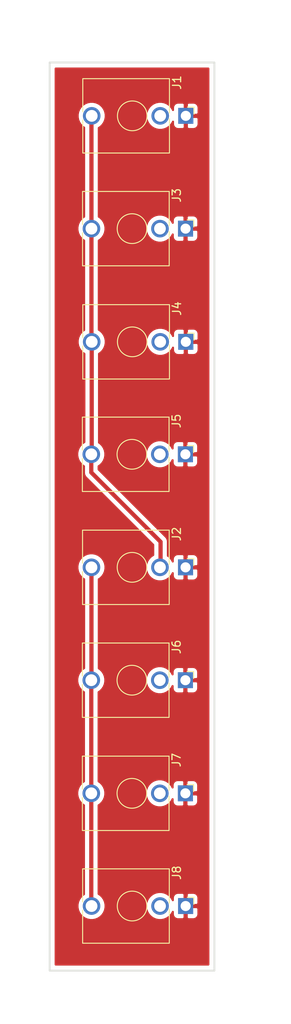
<source format=kicad_pcb>
(kicad_pcb (version 20171130) (host pcbnew "(5.1.6-0)")

  (general
    (thickness 1.6)
    (drawings 4)
    (tracks 14)
    (zones 0)
    (modules 8)
    (nets 4)
  )

  (page A4)
  (layers
    (0 F.Cu signal)
    (31 B.Cu signal)
    (32 B.Adhes user)
    (33 F.Adhes user)
    (34 B.Paste user)
    (35 F.Paste user)
    (36 B.SilkS user)
    (37 F.SilkS user)
    (38 B.Mask user)
    (39 F.Mask user)
    (40 Dwgs.User user)
    (41 Cmts.User user)
    (42 Eco1.User user)
    (43 Eco2.User user)
    (44 Edge.Cuts user)
    (45 Margin user)
    (46 B.CrtYd user)
    (47 F.CrtYd user)
    (48 B.Fab user)
    (49 F.Fab user)
  )

  (setup
    (last_trace_width 0.508)
    (user_trace_width 0.508)
    (trace_clearance 0.2)
    (zone_clearance 0.508)
    (zone_45_only no)
    (trace_min 0.2)
    (via_size 0.8)
    (via_drill 0.4)
    (via_min_size 0.4)
    (via_min_drill 0.3)
    (uvia_size 0.3)
    (uvia_drill 0.1)
    (uvias_allowed no)
    (uvia_min_size 0.2)
    (uvia_min_drill 0.1)
    (edge_width 0.05)
    (segment_width 0.2)
    (pcb_text_width 0.3)
    (pcb_text_size 1.5 1.5)
    (mod_edge_width 0.12)
    (mod_text_size 1 1)
    (mod_text_width 0.15)
    (pad_size 1.524 1.524)
    (pad_drill 0.762)
    (pad_to_mask_clearance 0.05)
    (aux_axis_origin 0 0)
    (visible_elements FFFFFF7F)
    (pcbplotparams
      (layerselection 0x010f0_ffffffff)
      (usegerberextensions false)
      (usegerberattributes true)
      (usegerberadvancedattributes true)
      (creategerberjobfile true)
      (excludeedgelayer true)
      (linewidth 0.100000)
      (plotframeref false)
      (viasonmask false)
      (mode 1)
      (useauxorigin false)
      (hpglpennumber 1)
      (hpglpenspeed 20)
      (hpglpendiameter 15.000000)
      (psnegative false)
      (psa4output false)
      (plotreference true)
      (plotvalue true)
      (plotinvisibletext false)
      (padsonsilk false)
      (subtractmaskfromsilk false)
      (outputformat 1)
      (mirror false)
      (drillshape 0)
      (scaleselection 1)
      (outputdirectory "gerbers/"))
  )

  (net 0 "")
  (net 1 GND)
  (net 2 "Net-(J1-PadT)")
  (net 3 "Net-(J2-PadT)")

  (net_class Default "This is the default net class."
    (clearance 0.2)
    (trace_width 0.25)
    (via_dia 0.8)
    (via_drill 0.4)
    (uvia_dia 0.3)
    (uvia_drill 0.1)
    (add_net GND)
    (add_net "Net-(J1-PadT)")
    (add_net "Net-(J2-PadT)")
  )

  (module Connectors_Audio:Jack_3.5mm_QingPu_WQP-PJ398SM_Vertical_CircularHoles (layer F.Cu) (tedit 5C2B6BB2) (tstamp 5F98E056)
    (at 94.91 48.23 270)
    (descr "TRS 3.5mm, vertical, Thonkiconn, PCB mount, (http://www.qingpu-electronics.com/en/products/WQP-PJ398SM-362.html)")
    (tags "WQP-PJ398SM WQP-PJ301M-12 TRS 3.5mm mono vertical jack thonkiconn qingpu")
    (path /5FBB4B17)
    (fp_text reference J1 (at -4.03 1.08 270) (layer F.SilkS)
      (effects (font (size 1 1) (thickness 0.15)))
    )
    (fp_text value "in 1" (at 0 5 270) (layer F.Fab)
      (effects (font (size 1 1) (thickness 0.15)))
    )
    (fp_line (start 0 0) (end 0 2.03) (layer F.Fab) (width 0.1))
    (fp_circle (center 0 6.48) (end 1.8 6.48) (layer F.Fab) (width 0.1))
    (fp_line (start 4.5 2.03) (end -4.5 2.03) (layer F.Fab) (width 0.1))
    (fp_line (start 5 -1.42) (end -5 -1.42) (layer F.CrtYd) (width 0.05))
    (fp_line (start 5 12.98) (end -5 12.98) (layer F.CrtYd) (width 0.05))
    (fp_line (start 5 12.98) (end 5 -1.42) (layer F.CrtYd) (width 0.05))
    (fp_line (start 4.5 12.48) (end -4.5 12.48) (layer F.Fab) (width 0.1))
    (fp_line (start 4.5 12.48) (end 4.5 2.08) (layer F.Fab) (width 0.1))
    (fp_line (start -1.06 -1) (end -0.2 -1) (layer F.SilkS) (width 0.12))
    (fp_line (start -1.06 -1) (end -1.06 -0.2) (layer F.SilkS) (width 0.12))
    (fp_circle (center 0 6.48) (end 1.8 6.48) (layer F.SilkS) (width 0.12))
    (fp_line (start -0.35 1.98) (end -4.5 1.98) (layer F.SilkS) (width 0.12))
    (fp_line (start 4.5 1.98) (end 0.35 1.98) (layer F.SilkS) (width 0.12))
    (fp_line (start -0.5 12.48) (end -4.5 12.48) (layer F.SilkS) (width 0.12))
    (fp_line (start 4.5 12.48) (end 0.5 12.48) (layer F.SilkS) (width 0.12))
    (fp_line (start -1.41 6.02) (end -0.46 5.07) (layer Dwgs.User) (width 0.12))
    (fp_line (start -1.42 6.875) (end 0.4 5.06) (layer Dwgs.User) (width 0.12))
    (fp_line (start -1.07 7.49) (end 1.01 5.41) (layer Dwgs.User) (width 0.12))
    (fp_line (start -0.58 7.83) (end 1.36 5.89) (layer Dwgs.User) (width 0.12))
    (fp_line (start 0.09 7.96) (end 1.48 6.57) (layer Dwgs.User) (width 0.12))
    (fp_circle (center 0 6.48) (end 1.5 6.48) (layer Dwgs.User) (width 0.12))
    (fp_line (start 4.5 1.98) (end 4.5 12.48) (layer F.SilkS) (width 0.12))
    (fp_line (start -4.5 1.98) (end -4.5 12.48) (layer F.SilkS) (width 0.12))
    (fp_line (start -4.5 12.48) (end -4.5 2.08) (layer F.Fab) (width 0.1))
    (fp_line (start -5 12.98) (end -5 -1.42) (layer F.CrtYd) (width 0.05))
    (fp_text user KEEPOUT (at 0 6.48 90) (layer Cmts.User)
      (effects (font (size 0.4 0.4) (thickness 0.051)))
    )
    (fp_text user %R (at 0 8 270) (layer F.Fab)
      (effects (font (size 1 1) (thickness 0.15)))
    )
    (pad TN thru_hole circle (at 0 3.1 90) (size 2.13 2.13) (drill 1.42) (layers *.Cu *.Mask))
    (pad S thru_hole rect (at 0 0 90) (size 1.93 1.83) (drill 1.22) (layers *.Cu *.Mask)
      (net 1 GND))
    (pad T thru_hole circle (at 0 11.4 90) (size 2.13 2.13) (drill 1.43) (layers *.Cu *.Mask)
      (net 2 "Net-(J1-PadT)"))
    (model ${KISYS3DMOD}/Connector_Audio.3dshapes/Jack_3.5mm_QingPu_WQP-PJ398SM_Vertical.wrl
      (at (xyz 0 0 0))
      (scale (xyz 1 1 1))
      (rotate (xyz 0 0 0))
    )
  )

  (module Connectors_Audio:Jack_3.5mm_QingPu_WQP-PJ398SM_Vertical_CircularHoles (layer F.Cu) (tedit 5C2B6BB2) (tstamp 5F98D981)
    (at 94.88 102.87 270)
    (descr "TRS 3.5mm, vertical, Thonkiconn, PCB mount, (http://www.qingpu-electronics.com/en/products/WQP-PJ398SM-362.html)")
    (tags "WQP-PJ398SM WQP-PJ301M-12 TRS 3.5mm mono vertical jack thonkiconn qingpu")
    (path /5FBBC27C)
    (fp_text reference J2 (at -4.03 1.08 270) (layer F.SilkS)
      (effects (font (size 1 1) (thickness 0.15)))
    )
    (fp_text value "in 2" (at 0 5 270) (layer F.Fab)
      (effects (font (size 1 1) (thickness 0.15)))
    )
    (fp_line (start 0 0) (end 0 2.03) (layer F.Fab) (width 0.1))
    (fp_circle (center 0 6.48) (end 1.8 6.48) (layer F.Fab) (width 0.1))
    (fp_line (start 4.5 2.03) (end -4.5 2.03) (layer F.Fab) (width 0.1))
    (fp_line (start 5 -1.42) (end -5 -1.42) (layer F.CrtYd) (width 0.05))
    (fp_line (start 5 12.98) (end -5 12.98) (layer F.CrtYd) (width 0.05))
    (fp_line (start 5 12.98) (end 5 -1.42) (layer F.CrtYd) (width 0.05))
    (fp_line (start 4.5 12.48) (end -4.5 12.48) (layer F.Fab) (width 0.1))
    (fp_line (start 4.5 12.48) (end 4.5 2.08) (layer F.Fab) (width 0.1))
    (fp_line (start -1.06 -1) (end -0.2 -1) (layer F.SilkS) (width 0.12))
    (fp_line (start -1.06 -1) (end -1.06 -0.2) (layer F.SilkS) (width 0.12))
    (fp_circle (center 0 6.48) (end 1.8 6.48) (layer F.SilkS) (width 0.12))
    (fp_line (start -0.35 1.98) (end -4.5 1.98) (layer F.SilkS) (width 0.12))
    (fp_line (start 4.5 1.98) (end 0.35 1.98) (layer F.SilkS) (width 0.12))
    (fp_line (start -0.5 12.48) (end -4.5 12.48) (layer F.SilkS) (width 0.12))
    (fp_line (start 4.5 12.48) (end 0.5 12.48) (layer F.SilkS) (width 0.12))
    (fp_line (start -1.41 6.02) (end -0.46 5.07) (layer Dwgs.User) (width 0.12))
    (fp_line (start -1.42 6.875) (end 0.4 5.06) (layer Dwgs.User) (width 0.12))
    (fp_line (start -1.07 7.49) (end 1.01 5.41) (layer Dwgs.User) (width 0.12))
    (fp_line (start -0.58 7.83) (end 1.36 5.89) (layer Dwgs.User) (width 0.12))
    (fp_line (start 0.09 7.96) (end 1.48 6.57) (layer Dwgs.User) (width 0.12))
    (fp_circle (center 0 6.48) (end 1.5 6.48) (layer Dwgs.User) (width 0.12))
    (fp_line (start 4.5 1.98) (end 4.5 12.48) (layer F.SilkS) (width 0.12))
    (fp_line (start -4.5 1.98) (end -4.5 12.48) (layer F.SilkS) (width 0.12))
    (fp_line (start -4.5 12.48) (end -4.5 2.08) (layer F.Fab) (width 0.1))
    (fp_line (start -5 12.98) (end -5 -1.42) (layer F.CrtYd) (width 0.05))
    (fp_text user KEEPOUT (at 0 6.48 90) (layer Cmts.User)
      (effects (font (size 0.4 0.4) (thickness 0.051)))
    )
    (fp_text user %R (at 0 8 270) (layer F.Fab)
      (effects (font (size 1 1) (thickness 0.15)))
    )
    (pad TN thru_hole circle (at 0 3.1 90) (size 2.13 2.13) (drill 1.42) (layers *.Cu *.Mask)
      (net 2 "Net-(J1-PadT)"))
    (pad S thru_hole rect (at 0 0 90) (size 1.93 1.83) (drill 1.22) (layers *.Cu *.Mask)
      (net 1 GND))
    (pad T thru_hole circle (at 0 11.4 90) (size 2.13 2.13) (drill 1.43) (layers *.Cu *.Mask)
      (net 3 "Net-(J2-PadT)"))
    (model ${KISYS3DMOD}/Connector_Audio.3dshapes/Jack_3.5mm_QingPu_WQP-PJ398SM_Vertical.wrl
      (at (xyz 0 0 0))
      (scale (xyz 1 1 1))
      (rotate (xyz 0 0 0))
    )
  )

  (module Connectors_Audio:Jack_3.5mm_QingPu_WQP-PJ398SM_Vertical_CircularHoles (layer F.Cu) (tedit 5C2B6BB2) (tstamp 5F98DE2E)
    (at 94.88 61.88 270)
    (descr "TRS 3.5mm, vertical, Thonkiconn, PCB mount, (http://www.qingpu-electronics.com/en/products/WQP-PJ398SM-362.html)")
    (tags "WQP-PJ398SM WQP-PJ301M-12 TRS 3.5mm mono vertical jack thonkiconn qingpu")
    (path /5FBB64F2)
    (fp_text reference J3 (at -4.03 1.08 270) (layer F.SilkS)
      (effects (font (size 1 1) (thickness 0.15)))
    )
    (fp_text value "out 1" (at 0 5 270) (layer F.Fab)
      (effects (font (size 1 1) (thickness 0.15)))
    )
    (fp_text user %R (at 0 8 270) (layer F.Fab)
      (effects (font (size 1 1) (thickness 0.15)))
    )
    (fp_text user KEEPOUT (at 0 6.48 90) (layer Cmts.User)
      (effects (font (size 0.4 0.4) (thickness 0.051)))
    )
    (fp_line (start -5 12.98) (end -5 -1.42) (layer F.CrtYd) (width 0.05))
    (fp_line (start -4.5 12.48) (end -4.5 2.08) (layer F.Fab) (width 0.1))
    (fp_line (start -4.5 1.98) (end -4.5 12.48) (layer F.SilkS) (width 0.12))
    (fp_line (start 4.5 1.98) (end 4.5 12.48) (layer F.SilkS) (width 0.12))
    (fp_circle (center 0 6.48) (end 1.5 6.48) (layer Dwgs.User) (width 0.12))
    (fp_line (start 0.09 7.96) (end 1.48 6.57) (layer Dwgs.User) (width 0.12))
    (fp_line (start -0.58 7.83) (end 1.36 5.89) (layer Dwgs.User) (width 0.12))
    (fp_line (start -1.07 7.49) (end 1.01 5.41) (layer Dwgs.User) (width 0.12))
    (fp_line (start -1.42 6.875) (end 0.4 5.06) (layer Dwgs.User) (width 0.12))
    (fp_line (start -1.41 6.02) (end -0.46 5.07) (layer Dwgs.User) (width 0.12))
    (fp_line (start 4.5 12.48) (end 0.5 12.48) (layer F.SilkS) (width 0.12))
    (fp_line (start -0.5 12.48) (end -4.5 12.48) (layer F.SilkS) (width 0.12))
    (fp_line (start 4.5 1.98) (end 0.35 1.98) (layer F.SilkS) (width 0.12))
    (fp_line (start -0.35 1.98) (end -4.5 1.98) (layer F.SilkS) (width 0.12))
    (fp_circle (center 0 6.48) (end 1.8 6.48) (layer F.SilkS) (width 0.12))
    (fp_line (start -1.06 -1) (end -1.06 -0.2) (layer F.SilkS) (width 0.12))
    (fp_line (start -1.06 -1) (end -0.2 -1) (layer F.SilkS) (width 0.12))
    (fp_line (start 4.5 12.48) (end 4.5 2.08) (layer F.Fab) (width 0.1))
    (fp_line (start 4.5 12.48) (end -4.5 12.48) (layer F.Fab) (width 0.1))
    (fp_line (start 5 12.98) (end 5 -1.42) (layer F.CrtYd) (width 0.05))
    (fp_line (start 5 12.98) (end -5 12.98) (layer F.CrtYd) (width 0.05))
    (fp_line (start 5 -1.42) (end -5 -1.42) (layer F.CrtYd) (width 0.05))
    (fp_line (start 4.5 2.03) (end -4.5 2.03) (layer F.Fab) (width 0.1))
    (fp_circle (center 0 6.48) (end 1.8 6.48) (layer F.Fab) (width 0.1))
    (fp_line (start 0 0) (end 0 2.03) (layer F.Fab) (width 0.1))
    (pad T thru_hole circle (at 0 11.4 90) (size 2.13 2.13) (drill 1.43) (layers *.Cu *.Mask)
      (net 2 "Net-(J1-PadT)"))
    (pad S thru_hole rect (at 0 0 90) (size 1.93 1.83) (drill 1.22) (layers *.Cu *.Mask)
      (net 1 GND))
    (pad TN thru_hole circle (at 0 3.1 90) (size 2.13 2.13) (drill 1.42) (layers *.Cu *.Mask))
    (model ${KISYS3DMOD}/Connector_Audio.3dshapes/Jack_3.5mm_QingPu_WQP-PJ398SM_Vertical.wrl
      (at (xyz 0 0 0))
      (scale (xyz 1 1 1))
      (rotate (xyz 0 0 0))
    )
  )

  (module Connectors_Audio:Jack_3.5mm_QingPu_WQP-PJ398SM_Vertical_CircularHoles (layer F.Cu) (tedit 5C2B6BB2) (tstamp 5F98D9C5)
    (at 94.91 75.58 270)
    (descr "TRS 3.5mm, vertical, Thonkiconn, PCB mount, (http://www.qingpu-electronics.com/en/products/WQP-PJ398SM-362.html)")
    (tags "WQP-PJ398SM WQP-PJ301M-12 TRS 3.5mm mono vertical jack thonkiconn qingpu")
    (path /5FBB968F)
    (fp_text reference J4 (at -4.03 1.08 270) (layer F.SilkS)
      (effects (font (size 1 1) (thickness 0.15)))
    )
    (fp_text value "out 2" (at 0 5 270) (layer F.Fab)
      (effects (font (size 1 1) (thickness 0.15)))
    )
    (fp_line (start 0 0) (end 0 2.03) (layer F.Fab) (width 0.1))
    (fp_circle (center 0 6.48) (end 1.8 6.48) (layer F.Fab) (width 0.1))
    (fp_line (start 4.5 2.03) (end -4.5 2.03) (layer F.Fab) (width 0.1))
    (fp_line (start 5 -1.42) (end -5 -1.42) (layer F.CrtYd) (width 0.05))
    (fp_line (start 5 12.98) (end -5 12.98) (layer F.CrtYd) (width 0.05))
    (fp_line (start 5 12.98) (end 5 -1.42) (layer F.CrtYd) (width 0.05))
    (fp_line (start 4.5 12.48) (end -4.5 12.48) (layer F.Fab) (width 0.1))
    (fp_line (start 4.5 12.48) (end 4.5 2.08) (layer F.Fab) (width 0.1))
    (fp_line (start -1.06 -1) (end -0.2 -1) (layer F.SilkS) (width 0.12))
    (fp_line (start -1.06 -1) (end -1.06 -0.2) (layer F.SilkS) (width 0.12))
    (fp_circle (center 0 6.48) (end 1.8 6.48) (layer F.SilkS) (width 0.12))
    (fp_line (start -0.35 1.98) (end -4.5 1.98) (layer F.SilkS) (width 0.12))
    (fp_line (start 4.5 1.98) (end 0.35 1.98) (layer F.SilkS) (width 0.12))
    (fp_line (start -0.5 12.48) (end -4.5 12.48) (layer F.SilkS) (width 0.12))
    (fp_line (start 4.5 12.48) (end 0.5 12.48) (layer F.SilkS) (width 0.12))
    (fp_line (start -1.41 6.02) (end -0.46 5.07) (layer Dwgs.User) (width 0.12))
    (fp_line (start -1.42 6.875) (end 0.4 5.06) (layer Dwgs.User) (width 0.12))
    (fp_line (start -1.07 7.49) (end 1.01 5.41) (layer Dwgs.User) (width 0.12))
    (fp_line (start -0.58 7.83) (end 1.36 5.89) (layer Dwgs.User) (width 0.12))
    (fp_line (start 0.09 7.96) (end 1.48 6.57) (layer Dwgs.User) (width 0.12))
    (fp_circle (center 0 6.48) (end 1.5 6.48) (layer Dwgs.User) (width 0.12))
    (fp_line (start 4.5 1.98) (end 4.5 12.48) (layer F.SilkS) (width 0.12))
    (fp_line (start -4.5 1.98) (end -4.5 12.48) (layer F.SilkS) (width 0.12))
    (fp_line (start -4.5 12.48) (end -4.5 2.08) (layer F.Fab) (width 0.1))
    (fp_line (start -5 12.98) (end -5 -1.42) (layer F.CrtYd) (width 0.05))
    (fp_text user KEEPOUT (at 0 6.48 90) (layer Cmts.User)
      (effects (font (size 0.4 0.4) (thickness 0.051)))
    )
    (fp_text user %R (at 0 8 270) (layer F.Fab)
      (effects (font (size 1 1) (thickness 0.15)))
    )
    (pad TN thru_hole circle (at 0 3.1 90) (size 2.13 2.13) (drill 1.42) (layers *.Cu *.Mask))
    (pad S thru_hole rect (at 0 0 90) (size 1.93 1.83) (drill 1.22) (layers *.Cu *.Mask)
      (net 1 GND))
    (pad T thru_hole circle (at 0 11.4 90) (size 2.13 2.13) (drill 1.43) (layers *.Cu *.Mask)
      (net 2 "Net-(J1-PadT)"))
    (model ${KISYS3DMOD}/Connector_Audio.3dshapes/Jack_3.5mm_QingPu_WQP-PJ398SM_Vertical.wrl
      (at (xyz 0 0 0))
      (scale (xyz 1 1 1))
      (rotate (xyz 0 0 0))
    )
  )

  (module Connectors_Audio:Jack_3.5mm_QingPu_WQP-PJ398SM_Vertical_CircularHoles (layer F.Cu) (tedit 5C2B6BB2) (tstamp 5F98D9E7)
    (at 94.86 89.19 270)
    (descr "TRS 3.5mm, vertical, Thonkiconn, PCB mount, (http://www.qingpu-electronics.com/en/products/WQP-PJ398SM-362.html)")
    (tags "WQP-PJ398SM WQP-PJ301M-12 TRS 3.5mm mono vertical jack thonkiconn qingpu")
    (path /5FBBB084)
    (fp_text reference J5 (at -4.03 1.08 270) (layer F.SilkS)
      (effects (font (size 1 1) (thickness 0.15)))
    )
    (fp_text value "out 3" (at 0 5 270) (layer F.Fab)
      (effects (font (size 1 1) (thickness 0.15)))
    )
    (fp_text user %R (at 0 8 270) (layer F.Fab)
      (effects (font (size 1 1) (thickness 0.15)))
    )
    (fp_text user KEEPOUT (at 0 6.48 90) (layer Cmts.User)
      (effects (font (size 0.4 0.4) (thickness 0.051)))
    )
    (fp_line (start -5 12.98) (end -5 -1.42) (layer F.CrtYd) (width 0.05))
    (fp_line (start -4.5 12.48) (end -4.5 2.08) (layer F.Fab) (width 0.1))
    (fp_line (start -4.5 1.98) (end -4.5 12.48) (layer F.SilkS) (width 0.12))
    (fp_line (start 4.5 1.98) (end 4.5 12.48) (layer F.SilkS) (width 0.12))
    (fp_circle (center 0 6.48) (end 1.5 6.48) (layer Dwgs.User) (width 0.12))
    (fp_line (start 0.09 7.96) (end 1.48 6.57) (layer Dwgs.User) (width 0.12))
    (fp_line (start -0.58 7.83) (end 1.36 5.89) (layer Dwgs.User) (width 0.12))
    (fp_line (start -1.07 7.49) (end 1.01 5.41) (layer Dwgs.User) (width 0.12))
    (fp_line (start -1.42 6.875) (end 0.4 5.06) (layer Dwgs.User) (width 0.12))
    (fp_line (start -1.41 6.02) (end -0.46 5.07) (layer Dwgs.User) (width 0.12))
    (fp_line (start 4.5 12.48) (end 0.5 12.48) (layer F.SilkS) (width 0.12))
    (fp_line (start -0.5 12.48) (end -4.5 12.48) (layer F.SilkS) (width 0.12))
    (fp_line (start 4.5 1.98) (end 0.35 1.98) (layer F.SilkS) (width 0.12))
    (fp_line (start -0.35 1.98) (end -4.5 1.98) (layer F.SilkS) (width 0.12))
    (fp_circle (center 0 6.48) (end 1.8 6.48) (layer F.SilkS) (width 0.12))
    (fp_line (start -1.06 -1) (end -1.06 -0.2) (layer F.SilkS) (width 0.12))
    (fp_line (start -1.06 -1) (end -0.2 -1) (layer F.SilkS) (width 0.12))
    (fp_line (start 4.5 12.48) (end 4.5 2.08) (layer F.Fab) (width 0.1))
    (fp_line (start 4.5 12.48) (end -4.5 12.48) (layer F.Fab) (width 0.1))
    (fp_line (start 5 12.98) (end 5 -1.42) (layer F.CrtYd) (width 0.05))
    (fp_line (start 5 12.98) (end -5 12.98) (layer F.CrtYd) (width 0.05))
    (fp_line (start 5 -1.42) (end -5 -1.42) (layer F.CrtYd) (width 0.05))
    (fp_line (start 4.5 2.03) (end -4.5 2.03) (layer F.Fab) (width 0.1))
    (fp_circle (center 0 6.48) (end 1.8 6.48) (layer F.Fab) (width 0.1))
    (fp_line (start 0 0) (end 0 2.03) (layer F.Fab) (width 0.1))
    (pad T thru_hole circle (at 0 11.4 90) (size 2.13 2.13) (drill 1.43) (layers *.Cu *.Mask)
      (net 2 "Net-(J1-PadT)"))
    (pad S thru_hole rect (at 0 0 90) (size 1.93 1.83) (drill 1.22) (layers *.Cu *.Mask)
      (net 1 GND))
    (pad TN thru_hole circle (at 0 3.1 90) (size 2.13 2.13) (drill 1.42) (layers *.Cu *.Mask))
    (model ${KISYS3DMOD}/Connector_Audio.3dshapes/Jack_3.5mm_QingPu_WQP-PJ398SM_Vertical.wrl
      (at (xyz 0 0 0))
      (scale (xyz 1 1 1))
      (rotate (xyz 0 0 0))
    )
  )

  (module Connectors_Audio:Jack_3.5mm_QingPu_WQP-PJ398SM_Vertical_CircularHoles (layer F.Cu) (tedit 5C2B6BB2) (tstamp 5F98DA09)
    (at 94.86 116.53 270)
    (descr "TRS 3.5mm, vertical, Thonkiconn, PCB mount, (http://www.qingpu-electronics.com/en/products/WQP-PJ398SM-362.html)")
    (tags "WQP-PJ398SM WQP-PJ301M-12 TRS 3.5mm mono vertical jack thonkiconn qingpu")
    (path /5FBBC293)
    (fp_text reference J6 (at -4.03 1.08 270) (layer F.SilkS)
      (effects (font (size 1 1) (thickness 0.15)))
    )
    (fp_text value "out 4" (at 0 5 270) (layer F.Fab)
      (effects (font (size 1 1) (thickness 0.15)))
    )
    (fp_text user %R (at 0 8 270) (layer F.Fab)
      (effects (font (size 1 1) (thickness 0.15)))
    )
    (fp_text user KEEPOUT (at 0 6.48 90) (layer Cmts.User)
      (effects (font (size 0.4 0.4) (thickness 0.051)))
    )
    (fp_line (start -5 12.98) (end -5 -1.42) (layer F.CrtYd) (width 0.05))
    (fp_line (start -4.5 12.48) (end -4.5 2.08) (layer F.Fab) (width 0.1))
    (fp_line (start -4.5 1.98) (end -4.5 12.48) (layer F.SilkS) (width 0.12))
    (fp_line (start 4.5 1.98) (end 4.5 12.48) (layer F.SilkS) (width 0.12))
    (fp_circle (center 0 6.48) (end 1.5 6.48) (layer Dwgs.User) (width 0.12))
    (fp_line (start 0.09 7.96) (end 1.48 6.57) (layer Dwgs.User) (width 0.12))
    (fp_line (start -0.58 7.83) (end 1.36 5.89) (layer Dwgs.User) (width 0.12))
    (fp_line (start -1.07 7.49) (end 1.01 5.41) (layer Dwgs.User) (width 0.12))
    (fp_line (start -1.42 6.875) (end 0.4 5.06) (layer Dwgs.User) (width 0.12))
    (fp_line (start -1.41 6.02) (end -0.46 5.07) (layer Dwgs.User) (width 0.12))
    (fp_line (start 4.5 12.48) (end 0.5 12.48) (layer F.SilkS) (width 0.12))
    (fp_line (start -0.5 12.48) (end -4.5 12.48) (layer F.SilkS) (width 0.12))
    (fp_line (start 4.5 1.98) (end 0.35 1.98) (layer F.SilkS) (width 0.12))
    (fp_line (start -0.35 1.98) (end -4.5 1.98) (layer F.SilkS) (width 0.12))
    (fp_circle (center 0 6.48) (end 1.8 6.48) (layer F.SilkS) (width 0.12))
    (fp_line (start -1.06 -1) (end -1.06 -0.2) (layer F.SilkS) (width 0.12))
    (fp_line (start -1.06 -1) (end -0.2 -1) (layer F.SilkS) (width 0.12))
    (fp_line (start 4.5 12.48) (end 4.5 2.08) (layer F.Fab) (width 0.1))
    (fp_line (start 4.5 12.48) (end -4.5 12.48) (layer F.Fab) (width 0.1))
    (fp_line (start 5 12.98) (end 5 -1.42) (layer F.CrtYd) (width 0.05))
    (fp_line (start 5 12.98) (end -5 12.98) (layer F.CrtYd) (width 0.05))
    (fp_line (start 5 -1.42) (end -5 -1.42) (layer F.CrtYd) (width 0.05))
    (fp_line (start 4.5 2.03) (end -4.5 2.03) (layer F.Fab) (width 0.1))
    (fp_circle (center 0 6.48) (end 1.8 6.48) (layer F.Fab) (width 0.1))
    (fp_line (start 0 0) (end 0 2.03) (layer F.Fab) (width 0.1))
    (pad T thru_hole circle (at 0 11.4 90) (size 2.13 2.13) (drill 1.43) (layers *.Cu *.Mask)
      (net 3 "Net-(J2-PadT)"))
    (pad S thru_hole rect (at 0 0 90) (size 1.93 1.83) (drill 1.22) (layers *.Cu *.Mask)
      (net 1 GND))
    (pad TN thru_hole circle (at 0 3.1 90) (size 2.13 2.13) (drill 1.42) (layers *.Cu *.Mask))
    (model ${KISYS3DMOD}/Connector_Audio.3dshapes/Jack_3.5mm_QingPu_WQP-PJ398SM_Vertical.wrl
      (at (xyz 0 0 0))
      (scale (xyz 1 1 1))
      (rotate (xyz 0 0 0))
    )
  )

  (module Connectors_Audio:Jack_3.5mm_QingPu_WQP-PJ398SM_Vertical_CircularHoles (layer F.Cu) (tedit 5C2B6BB2) (tstamp 5F98DA2B)
    (at 94.86 130.22 270)
    (descr "TRS 3.5mm, vertical, Thonkiconn, PCB mount, (http://www.qingpu-electronics.com/en/products/WQP-PJ398SM-362.html)")
    (tags "WQP-PJ398SM WQP-PJ301M-12 TRS 3.5mm mono vertical jack thonkiconn qingpu")
    (path /5FBBC2AA)
    (fp_text reference J7 (at -4.03 1.08 270) (layer F.SilkS)
      (effects (font (size 1 1) (thickness 0.15)))
    )
    (fp_text value "out 5" (at 0 5 270) (layer F.Fab)
      (effects (font (size 1 1) (thickness 0.15)))
    )
    (fp_line (start 0 0) (end 0 2.03) (layer F.Fab) (width 0.1))
    (fp_circle (center 0 6.48) (end 1.8 6.48) (layer F.Fab) (width 0.1))
    (fp_line (start 4.5 2.03) (end -4.5 2.03) (layer F.Fab) (width 0.1))
    (fp_line (start 5 -1.42) (end -5 -1.42) (layer F.CrtYd) (width 0.05))
    (fp_line (start 5 12.98) (end -5 12.98) (layer F.CrtYd) (width 0.05))
    (fp_line (start 5 12.98) (end 5 -1.42) (layer F.CrtYd) (width 0.05))
    (fp_line (start 4.5 12.48) (end -4.5 12.48) (layer F.Fab) (width 0.1))
    (fp_line (start 4.5 12.48) (end 4.5 2.08) (layer F.Fab) (width 0.1))
    (fp_line (start -1.06 -1) (end -0.2 -1) (layer F.SilkS) (width 0.12))
    (fp_line (start -1.06 -1) (end -1.06 -0.2) (layer F.SilkS) (width 0.12))
    (fp_circle (center 0 6.48) (end 1.8 6.48) (layer F.SilkS) (width 0.12))
    (fp_line (start -0.35 1.98) (end -4.5 1.98) (layer F.SilkS) (width 0.12))
    (fp_line (start 4.5 1.98) (end 0.35 1.98) (layer F.SilkS) (width 0.12))
    (fp_line (start -0.5 12.48) (end -4.5 12.48) (layer F.SilkS) (width 0.12))
    (fp_line (start 4.5 12.48) (end 0.5 12.48) (layer F.SilkS) (width 0.12))
    (fp_line (start -1.41 6.02) (end -0.46 5.07) (layer Dwgs.User) (width 0.12))
    (fp_line (start -1.42 6.875) (end 0.4 5.06) (layer Dwgs.User) (width 0.12))
    (fp_line (start -1.07 7.49) (end 1.01 5.41) (layer Dwgs.User) (width 0.12))
    (fp_line (start -0.58 7.83) (end 1.36 5.89) (layer Dwgs.User) (width 0.12))
    (fp_line (start 0.09 7.96) (end 1.48 6.57) (layer Dwgs.User) (width 0.12))
    (fp_circle (center 0 6.48) (end 1.5 6.48) (layer Dwgs.User) (width 0.12))
    (fp_line (start 4.5 1.98) (end 4.5 12.48) (layer F.SilkS) (width 0.12))
    (fp_line (start -4.5 1.98) (end -4.5 12.48) (layer F.SilkS) (width 0.12))
    (fp_line (start -4.5 12.48) (end -4.5 2.08) (layer F.Fab) (width 0.1))
    (fp_line (start -5 12.98) (end -5 -1.42) (layer F.CrtYd) (width 0.05))
    (fp_text user KEEPOUT (at 0 6.48 90) (layer Cmts.User)
      (effects (font (size 0.4 0.4) (thickness 0.051)))
    )
    (fp_text user %R (at 0 8 270) (layer F.Fab)
      (effects (font (size 1 1) (thickness 0.15)))
    )
    (pad TN thru_hole circle (at 0 3.1 90) (size 2.13 2.13) (drill 1.42) (layers *.Cu *.Mask))
    (pad S thru_hole rect (at 0 0 90) (size 1.93 1.83) (drill 1.22) (layers *.Cu *.Mask)
      (net 1 GND))
    (pad T thru_hole circle (at 0 11.4 90) (size 2.13 2.13) (drill 1.43) (layers *.Cu *.Mask)
      (net 3 "Net-(J2-PadT)"))
    (model ${KISYS3DMOD}/Connector_Audio.3dshapes/Jack_3.5mm_QingPu_WQP-PJ398SM_Vertical.wrl
      (at (xyz 0 0 0))
      (scale (xyz 1 1 1))
      (rotate (xyz 0 0 0))
    )
  )

  (module Connectors_Audio:Jack_3.5mm_QingPu_WQP-PJ398SM_Vertical_CircularHoles (layer F.Cu) (tedit 5C2B6BB2) (tstamp 5F98DA4D)
    (at 94.89 143.86 270)
    (descr "TRS 3.5mm, vertical, Thonkiconn, PCB mount, (http://www.qingpu-electronics.com/en/products/WQP-PJ398SM-362.html)")
    (tags "WQP-PJ398SM WQP-PJ301M-12 TRS 3.5mm mono vertical jack thonkiconn qingpu")
    (path /5FBBC2C1)
    (fp_text reference J8 (at -4.03 1.08 270) (layer F.SilkS)
      (effects (font (size 1 1) (thickness 0.15)))
    )
    (fp_text value "out 6" (at 0 5 270) (layer F.Fab)
      (effects (font (size 1 1) (thickness 0.15)))
    )
    (fp_text user %R (at 0 8 270) (layer F.Fab)
      (effects (font (size 1 1) (thickness 0.15)))
    )
    (fp_text user KEEPOUT (at 0 6.48 90) (layer Cmts.User)
      (effects (font (size 0.4 0.4) (thickness 0.051)))
    )
    (fp_line (start -5 12.98) (end -5 -1.42) (layer F.CrtYd) (width 0.05))
    (fp_line (start -4.5 12.48) (end -4.5 2.08) (layer F.Fab) (width 0.1))
    (fp_line (start -4.5 1.98) (end -4.5 12.48) (layer F.SilkS) (width 0.12))
    (fp_line (start 4.5 1.98) (end 4.5 12.48) (layer F.SilkS) (width 0.12))
    (fp_circle (center 0 6.48) (end 1.5 6.48) (layer Dwgs.User) (width 0.12))
    (fp_line (start 0.09 7.96) (end 1.48 6.57) (layer Dwgs.User) (width 0.12))
    (fp_line (start -0.58 7.83) (end 1.36 5.89) (layer Dwgs.User) (width 0.12))
    (fp_line (start -1.07 7.49) (end 1.01 5.41) (layer Dwgs.User) (width 0.12))
    (fp_line (start -1.42 6.875) (end 0.4 5.06) (layer Dwgs.User) (width 0.12))
    (fp_line (start -1.41 6.02) (end -0.46 5.07) (layer Dwgs.User) (width 0.12))
    (fp_line (start 4.5 12.48) (end 0.5 12.48) (layer F.SilkS) (width 0.12))
    (fp_line (start -0.5 12.48) (end -4.5 12.48) (layer F.SilkS) (width 0.12))
    (fp_line (start 4.5 1.98) (end 0.35 1.98) (layer F.SilkS) (width 0.12))
    (fp_line (start -0.35 1.98) (end -4.5 1.98) (layer F.SilkS) (width 0.12))
    (fp_circle (center 0 6.48) (end 1.8 6.48) (layer F.SilkS) (width 0.12))
    (fp_line (start -1.06 -1) (end -1.06 -0.2) (layer F.SilkS) (width 0.12))
    (fp_line (start -1.06 -1) (end -0.2 -1) (layer F.SilkS) (width 0.12))
    (fp_line (start 4.5 12.48) (end 4.5 2.08) (layer F.Fab) (width 0.1))
    (fp_line (start 4.5 12.48) (end -4.5 12.48) (layer F.Fab) (width 0.1))
    (fp_line (start 5 12.98) (end 5 -1.42) (layer F.CrtYd) (width 0.05))
    (fp_line (start 5 12.98) (end -5 12.98) (layer F.CrtYd) (width 0.05))
    (fp_line (start 5 -1.42) (end -5 -1.42) (layer F.CrtYd) (width 0.05))
    (fp_line (start 4.5 2.03) (end -4.5 2.03) (layer F.Fab) (width 0.1))
    (fp_circle (center 0 6.48) (end 1.8 6.48) (layer F.Fab) (width 0.1))
    (fp_line (start 0 0) (end 0 2.03) (layer F.Fab) (width 0.1))
    (pad T thru_hole circle (at 0 11.4 90) (size 2.13 2.13) (drill 1.43) (layers *.Cu *.Mask)
      (net 3 "Net-(J2-PadT)"))
    (pad S thru_hole rect (at 0 0 90) (size 1.93 1.83) (drill 1.22) (layers *.Cu *.Mask)
      (net 1 GND))
    (pad TN thru_hole circle (at 0 3.1 90) (size 2.13 2.13) (drill 1.42) (layers *.Cu *.Mask))
    (model ${KISYS3DMOD}/Connector_Audio.3dshapes/Jack_3.5mm_QingPu_WQP-PJ398SM_Vertical.wrl
      (at (xyz 0 0 0))
      (scale (xyz 1 1 1))
      (rotate (xyz 0 0 0))
    )
  )

  (gr_line (start 78.410267 151.674327) (end 78.410267 41.773648) (layer Edge.Cuts) (width 0.2))
  (gr_line (start 98.379109 151.674327) (end 78.410267 151.674327) (layer Edge.Cuts) (width 0.2))
  (gr_line (start 98.379109 41.773648) (end 98.379109 151.674327) (layer Edge.Cuts) (width 0.2))
  (gr_line (start 78.410267 41.773648) (end 98.379109 41.773648) (layer Edge.Cuts) (width 0.2))

  (segment (start 83.48 48.26) (end 83.51 48.23) (width 0.508) (layer F.Cu) (net 2))
  (segment (start 83.48 61.88) (end 83.48 48.26) (width 0.508) (layer F.Cu) (net 2))
  (segment (start 83.48 75.55) (end 83.51 75.58) (width 0.508) (layer F.Cu) (net 2))
  (segment (start 83.48 61.88) (end 83.48 75.55) (width 0.508) (layer F.Cu) (net 2))
  (segment (start 83.51 89.14) (end 83.46 89.19) (width 0.508) (layer F.Cu) (net 2))
  (segment (start 83.51 75.58) (end 83.51 89.14) (width 0.508) (layer F.Cu) (net 2))
  (segment (start 91.852636 99.782636) (end 91.852636 102.390464) (width 0.508) (layer F.Cu) (net 2))
  (segment (start 83.46 91.39) (end 91.852636 99.782636) (width 0.508) (layer F.Cu) (net 2))
  (segment (start 83.46 89.19) (end 83.46 91.39) (width 0.508) (layer F.Cu) (net 2))
  (segment (start 83.48 116.51) (end 83.46 116.53) (width 0.508) (layer F.Cu) (net 3))
  (segment (start 83.48 102.87) (end 83.48 116.51) (width 0.508) (layer F.Cu) (net 3))
  (segment (start 83.46 116.53) (end 83.46 130.22) (width 0.508) (layer F.Cu) (net 3))
  (segment (start 83.46 143.83) (end 83.49 143.86) (width 0.508) (layer F.Cu) (net 3))
  (segment (start 83.46 130.22) (end 83.46 143.83) (width 0.508) (layer F.Cu) (net 3))

  (zone (net 1) (net_name GND) (layer F.Cu) (tstamp 5F98E4BD) (hatch edge 0.508)
    (connect_pads (clearance 0.508))
    (min_thickness 0.254)
    (fill yes (arc_segments 32) (thermal_gap 0.508) (thermal_bridge_width 0.508))
    (polygon
      (pts
        (xy 105.14 158.15) (xy 73.04 157.52) (xy 72.4 35.16) (xy 107.68 34.21)
      )
    )
    (filled_polygon
      (pts
        (xy 97.64411 150.939327) (xy 79.145267 150.939327) (xy 79.145267 116.362565) (xy 81.76 116.362565) (xy 81.76 116.697435)
        (xy 81.82533 117.025872) (xy 81.953479 117.335252) (xy 82.139523 117.613687) (xy 82.376313 117.850477) (xy 82.571 117.980563)
        (xy 82.571001 128.769437) (xy 82.376313 128.899523) (xy 82.139523 129.136313) (xy 81.953479 129.414748) (xy 81.82533 129.724128)
        (xy 81.76 130.052565) (xy 81.76 130.387435) (xy 81.82533 130.715872) (xy 81.953479 131.025252) (xy 82.139523 131.303687)
        (xy 82.376313 131.540477) (xy 82.571 131.670563) (xy 82.571001 142.429482) (xy 82.406313 142.539523) (xy 82.169523 142.776313)
        (xy 81.983479 143.054748) (xy 81.85533 143.364128) (xy 81.79 143.692565) (xy 81.79 144.027435) (xy 81.85533 144.355872)
        (xy 81.983479 144.665252) (xy 82.169523 144.943687) (xy 82.406313 145.180477) (xy 82.684748 145.366521) (xy 82.994128 145.49467)
        (xy 83.322565 145.56) (xy 83.657435 145.56) (xy 83.985872 145.49467) (xy 84.295252 145.366521) (xy 84.573687 145.180477)
        (xy 84.810477 144.943687) (xy 84.996521 144.665252) (xy 85.12467 144.355872) (xy 85.19 144.027435) (xy 85.19 143.692565)
        (xy 90.09 143.692565) (xy 90.09 144.027435) (xy 90.15533 144.355872) (xy 90.283479 144.665252) (xy 90.469523 144.943687)
        (xy 90.706313 145.180477) (xy 90.984748 145.366521) (xy 91.294128 145.49467) (xy 91.622565 145.56) (xy 91.957435 145.56)
        (xy 92.285872 145.49467) (xy 92.595252 145.366521) (xy 92.873687 145.180477) (xy 93.110477 144.943687) (xy 93.296521 144.665252)
        (xy 93.338105 144.56486) (xy 93.336928 144.825) (xy 93.349188 144.949482) (xy 93.385498 145.06918) (xy 93.444463 145.179494)
        (xy 93.523815 145.276185) (xy 93.620506 145.355537) (xy 93.73082 145.414502) (xy 93.850518 145.450812) (xy 93.975 145.463072)
        (xy 94.60425 145.46) (xy 94.763 145.30125) (xy 94.763 143.987) (xy 95.017 143.987) (xy 95.017 145.30125)
        (xy 95.17575 145.46) (xy 95.805 145.463072) (xy 95.929482 145.450812) (xy 96.04918 145.414502) (xy 96.159494 145.355537)
        (xy 96.256185 145.276185) (xy 96.335537 145.179494) (xy 96.394502 145.06918) (xy 96.430812 144.949482) (xy 96.443072 144.825)
        (xy 96.44 144.14575) (xy 96.28125 143.987) (xy 95.017 143.987) (xy 94.763 143.987) (xy 94.743 143.987)
        (xy 94.743 143.733) (xy 94.763 143.733) (xy 94.763 142.41875) (xy 95.017 142.41875) (xy 95.017 143.733)
        (xy 96.28125 143.733) (xy 96.44 143.57425) (xy 96.443072 142.895) (xy 96.430812 142.770518) (xy 96.394502 142.65082)
        (xy 96.335537 142.540506) (xy 96.256185 142.443815) (xy 96.159494 142.364463) (xy 96.04918 142.305498) (xy 95.929482 142.269188)
        (xy 95.805 142.256928) (xy 95.17575 142.26) (xy 95.017 142.41875) (xy 94.763 142.41875) (xy 94.60425 142.26)
        (xy 93.975 142.256928) (xy 93.850518 142.269188) (xy 93.73082 142.305498) (xy 93.620506 142.364463) (xy 93.523815 142.443815)
        (xy 93.444463 142.540506) (xy 93.385498 142.65082) (xy 93.349188 142.770518) (xy 93.336928 142.895) (xy 93.338105 143.15514)
        (xy 93.296521 143.054748) (xy 93.110477 142.776313) (xy 92.873687 142.539523) (xy 92.595252 142.353479) (xy 92.285872 142.22533)
        (xy 91.957435 142.16) (xy 91.622565 142.16) (xy 91.294128 142.22533) (xy 90.984748 142.353479) (xy 90.706313 142.539523)
        (xy 90.469523 142.776313) (xy 90.283479 143.054748) (xy 90.15533 143.364128) (xy 90.09 143.692565) (xy 85.19 143.692565)
        (xy 85.12467 143.364128) (xy 84.996521 143.054748) (xy 84.810477 142.776313) (xy 84.573687 142.539523) (xy 84.349 142.389392)
        (xy 84.349 131.670562) (xy 84.543687 131.540477) (xy 84.780477 131.303687) (xy 84.966521 131.025252) (xy 85.09467 130.715872)
        (xy 85.16 130.387435) (xy 85.16 130.052565) (xy 90.06 130.052565) (xy 90.06 130.387435) (xy 90.12533 130.715872)
        (xy 90.253479 131.025252) (xy 90.439523 131.303687) (xy 90.676313 131.540477) (xy 90.954748 131.726521) (xy 91.264128 131.85467)
        (xy 91.592565 131.92) (xy 91.927435 131.92) (xy 92.255872 131.85467) (xy 92.565252 131.726521) (xy 92.843687 131.540477)
        (xy 93.080477 131.303687) (xy 93.266521 131.025252) (xy 93.308105 130.92486) (xy 93.306928 131.185) (xy 93.319188 131.309482)
        (xy 93.355498 131.42918) (xy 93.414463 131.539494) (xy 93.493815 131.636185) (xy 93.590506 131.715537) (xy 93.70082 131.774502)
        (xy 93.820518 131.810812) (xy 93.945 131.823072) (xy 94.57425 131.82) (xy 94.733 131.66125) (xy 94.733 130.347)
        (xy 94.987 130.347) (xy 94.987 131.66125) (xy 95.14575 131.82) (xy 95.775 131.823072) (xy 95.899482 131.810812)
        (xy 96.01918 131.774502) (xy 96.129494 131.715537) (xy 96.226185 131.636185) (xy 96.305537 131.539494) (xy 96.364502 131.42918)
        (xy 96.400812 131.309482) (xy 96.413072 131.185) (xy 96.41 130.50575) (xy 96.25125 130.347) (xy 94.987 130.347)
        (xy 94.733 130.347) (xy 94.713 130.347) (xy 94.713 130.093) (xy 94.733 130.093) (xy 94.733 128.77875)
        (xy 94.987 128.77875) (xy 94.987 130.093) (xy 96.25125 130.093) (xy 96.41 129.93425) (xy 96.413072 129.255)
        (xy 96.400812 129.130518) (xy 96.364502 129.01082) (xy 96.305537 128.900506) (xy 96.226185 128.803815) (xy 96.129494 128.724463)
        (xy 96.01918 128.665498) (xy 95.899482 128.629188) (xy 95.775 128.616928) (xy 95.14575 128.62) (xy 94.987 128.77875)
        (xy 94.733 128.77875) (xy 94.57425 128.62) (xy 93.945 128.616928) (xy 93.820518 128.629188) (xy 93.70082 128.665498)
        (xy 93.590506 128.724463) (xy 93.493815 128.803815) (xy 93.414463 128.900506) (xy 93.355498 129.01082) (xy 93.319188 129.130518)
        (xy 93.306928 129.255) (xy 93.308105 129.51514) (xy 93.266521 129.414748) (xy 93.080477 129.136313) (xy 92.843687 128.899523)
        (xy 92.565252 128.713479) (xy 92.255872 128.58533) (xy 91.927435 128.52) (xy 91.592565 128.52) (xy 91.264128 128.58533)
        (xy 90.954748 128.713479) (xy 90.676313 128.899523) (xy 90.439523 129.136313) (xy 90.253479 129.414748) (xy 90.12533 129.724128)
        (xy 90.06 130.052565) (xy 85.16 130.052565) (xy 85.09467 129.724128) (xy 84.966521 129.414748) (xy 84.780477 129.136313)
        (xy 84.543687 128.899523) (xy 84.349 128.769438) (xy 84.349 117.980562) (xy 84.543687 117.850477) (xy 84.780477 117.613687)
        (xy 84.966521 117.335252) (xy 85.09467 117.025872) (xy 85.16 116.697435) (xy 85.16 116.362565) (xy 90.06 116.362565)
        (xy 90.06 116.697435) (xy 90.12533 117.025872) (xy 90.253479 117.335252) (xy 90.439523 117.613687) (xy 90.676313 117.850477)
        (xy 90.954748 118.036521) (xy 91.264128 118.16467) (xy 91.592565 118.23) (xy 91.927435 118.23) (xy 92.255872 118.16467)
        (xy 92.565252 118.036521) (xy 92.843687 117.850477) (xy 93.080477 117.613687) (xy 93.266521 117.335252) (xy 93.308105 117.23486)
        (xy 93.306928 117.495) (xy 93.319188 117.619482) (xy 93.355498 117.73918) (xy 93.414463 117.849494) (xy 93.493815 117.946185)
        (xy 93.590506 118.025537) (xy 93.70082 118.084502) (xy 93.820518 118.120812) (xy 93.945 118.133072) (xy 94.57425 118.13)
        (xy 94.733 117.97125) (xy 94.733 116.657) (xy 94.987 116.657) (xy 94.987 117.97125) (xy 95.14575 118.13)
        (xy 95.775 118.133072) (xy 95.899482 118.120812) (xy 96.01918 118.084502) (xy 96.129494 118.025537) (xy 96.226185 117.946185)
        (xy 96.305537 117.849494) (xy 96.364502 117.73918) (xy 96.400812 117.619482) (xy 96.413072 117.495) (xy 96.41 116.81575)
        (xy 96.25125 116.657) (xy 94.987 116.657) (xy 94.733 116.657) (xy 94.713 116.657) (xy 94.713 116.403)
        (xy 94.733 116.403) (xy 94.733 115.08875) (xy 94.987 115.08875) (xy 94.987 116.403) (xy 96.25125 116.403)
        (xy 96.41 116.24425) (xy 96.413072 115.565) (xy 96.400812 115.440518) (xy 96.364502 115.32082) (xy 96.305537 115.210506)
        (xy 96.226185 115.113815) (xy 96.129494 115.034463) (xy 96.01918 114.975498) (xy 95.899482 114.939188) (xy 95.775 114.926928)
        (xy 95.14575 114.93) (xy 94.987 115.08875) (xy 94.733 115.08875) (xy 94.57425 114.93) (xy 93.945 114.926928)
        (xy 93.820518 114.939188) (xy 93.70082 114.975498) (xy 93.590506 115.034463) (xy 93.493815 115.113815) (xy 93.414463 115.210506)
        (xy 93.355498 115.32082) (xy 93.319188 115.440518) (xy 93.306928 115.565) (xy 93.308105 115.82514) (xy 93.266521 115.724748)
        (xy 93.080477 115.446313) (xy 92.843687 115.209523) (xy 92.565252 115.023479) (xy 92.255872 114.89533) (xy 91.927435 114.83)
        (xy 91.592565 114.83) (xy 91.264128 114.89533) (xy 90.954748 115.023479) (xy 90.676313 115.209523) (xy 90.439523 115.446313)
        (xy 90.253479 115.724748) (xy 90.12533 116.034128) (xy 90.06 116.362565) (xy 85.16 116.362565) (xy 85.09467 116.034128)
        (xy 84.966521 115.724748) (xy 84.780477 115.446313) (xy 84.543687 115.209523) (xy 84.369 115.092801) (xy 84.369 104.320562)
        (xy 84.563687 104.190477) (xy 84.800477 103.953687) (xy 84.986521 103.675252) (xy 85.11467 103.365872) (xy 85.18 103.037435)
        (xy 85.18 102.702565) (xy 85.11467 102.374128) (xy 84.986521 102.064748) (xy 84.800477 101.786313) (xy 84.563687 101.549523)
        (xy 84.285252 101.363479) (xy 83.975872 101.23533) (xy 83.647435 101.17) (xy 83.312565 101.17) (xy 82.984128 101.23533)
        (xy 82.674748 101.363479) (xy 82.396313 101.549523) (xy 82.159523 101.786313) (xy 81.973479 102.064748) (xy 81.84533 102.374128)
        (xy 81.78 102.702565) (xy 81.78 103.037435) (xy 81.84533 103.365872) (xy 81.973479 103.675252) (xy 82.159523 103.953687)
        (xy 82.396313 104.190477) (xy 82.591 104.320563) (xy 82.591001 115.066073) (xy 82.376313 115.209523) (xy 82.139523 115.446313)
        (xy 81.953479 115.724748) (xy 81.82533 116.034128) (xy 81.76 116.362565) (xy 79.145267 116.362565) (xy 79.145267 89.022565)
        (xy 81.76 89.022565) (xy 81.76 89.357435) (xy 81.82533 89.685872) (xy 81.953479 89.995252) (xy 82.139523 90.273687)
        (xy 82.376313 90.510477) (xy 82.571001 90.640563) (xy 82.571001 91.34633) (xy 82.5667 91.39) (xy 82.583864 91.564274)
        (xy 82.634698 91.731852) (xy 82.717248 91.886291) (xy 82.828342 92.021659) (xy 82.862259 92.049494) (xy 90.963636 100.150872)
        (xy 90.963637 101.370903) (xy 90.696313 101.549523) (xy 90.459523 101.786313) (xy 90.273479 102.064748) (xy 90.14533 102.374128)
        (xy 90.08 102.702565) (xy 90.08 103.037435) (xy 90.14533 103.365872) (xy 90.273479 103.675252) (xy 90.459523 103.953687)
        (xy 90.696313 104.190477) (xy 90.974748 104.376521) (xy 91.284128 104.50467) (xy 91.612565 104.57) (xy 91.947435 104.57)
        (xy 92.275872 104.50467) (xy 92.585252 104.376521) (xy 92.863687 104.190477) (xy 93.100477 103.953687) (xy 93.286521 103.675252)
        (xy 93.328105 103.57486) (xy 93.326928 103.835) (xy 93.339188 103.959482) (xy 93.375498 104.07918) (xy 93.434463 104.189494)
        (xy 93.513815 104.286185) (xy 93.610506 104.365537) (xy 93.72082 104.424502) (xy 93.840518 104.460812) (xy 93.965 104.473072)
        (xy 94.59425 104.47) (xy 94.753 104.31125) (xy 94.753 102.997) (xy 95.007 102.997) (xy 95.007 104.31125)
        (xy 95.16575 104.47) (xy 95.795 104.473072) (xy 95.919482 104.460812) (xy 96.03918 104.424502) (xy 96.149494 104.365537)
        (xy 96.246185 104.286185) (xy 96.325537 104.189494) (xy 96.384502 104.07918) (xy 96.420812 103.959482) (xy 96.433072 103.835)
        (xy 96.43 103.15575) (xy 96.27125 102.997) (xy 95.007 102.997) (xy 94.753 102.997) (xy 94.733 102.997)
        (xy 94.733 102.743) (xy 94.753 102.743) (xy 94.753 101.42875) (xy 95.007 101.42875) (xy 95.007 102.743)
        (xy 96.27125 102.743) (xy 96.43 102.58425) (xy 96.433072 101.905) (xy 96.420812 101.780518) (xy 96.384502 101.66082)
        (xy 96.325537 101.550506) (xy 96.246185 101.453815) (xy 96.149494 101.374463) (xy 96.03918 101.315498) (xy 95.919482 101.279188)
        (xy 95.795 101.266928) (xy 95.16575 101.27) (xy 95.007 101.42875) (xy 94.753 101.42875) (xy 94.59425 101.27)
        (xy 93.965 101.266928) (xy 93.840518 101.279188) (xy 93.72082 101.315498) (xy 93.610506 101.374463) (xy 93.513815 101.453815)
        (xy 93.434463 101.550506) (xy 93.375498 101.66082) (xy 93.339188 101.780518) (xy 93.326928 101.905) (xy 93.328105 102.16514)
        (xy 93.286521 102.064748) (xy 93.100477 101.786313) (xy 92.863687 101.549523) (xy 92.741636 101.467971) (xy 92.741636 99.826296)
        (xy 92.745936 99.782636) (xy 92.741636 99.738976) (xy 92.741636 99.738969) (xy 92.728772 99.608362) (xy 92.677939 99.440785)
        (xy 92.595389 99.286345) (xy 92.484295 99.150977) (xy 92.450379 99.123143) (xy 84.349 91.021765) (xy 84.349 90.640562)
        (xy 84.543687 90.510477) (xy 84.780477 90.273687) (xy 84.966521 89.995252) (xy 85.09467 89.685872) (xy 85.16 89.357435)
        (xy 85.16 89.022565) (xy 90.06 89.022565) (xy 90.06 89.357435) (xy 90.12533 89.685872) (xy 90.253479 89.995252)
        (xy 90.439523 90.273687) (xy 90.676313 90.510477) (xy 90.954748 90.696521) (xy 91.264128 90.82467) (xy 91.592565 90.89)
        (xy 91.927435 90.89) (xy 92.255872 90.82467) (xy 92.565252 90.696521) (xy 92.843687 90.510477) (xy 93.080477 90.273687)
        (xy 93.266521 89.995252) (xy 93.308105 89.89486) (xy 93.306928 90.155) (xy 93.319188 90.279482) (xy 93.355498 90.39918)
        (xy 93.414463 90.509494) (xy 93.493815 90.606185) (xy 93.590506 90.685537) (xy 93.70082 90.744502) (xy 93.820518 90.780812)
        (xy 93.945 90.793072) (xy 94.57425 90.79) (xy 94.733 90.63125) (xy 94.733 89.317) (xy 94.987 89.317)
        (xy 94.987 90.63125) (xy 95.14575 90.79) (xy 95.775 90.793072) (xy 95.899482 90.780812) (xy 96.01918 90.744502)
        (xy 96.129494 90.685537) (xy 96.226185 90.606185) (xy 96.305537 90.509494) (xy 96.364502 90.39918) (xy 96.400812 90.279482)
        (xy 96.413072 90.155) (xy 96.41 89.47575) (xy 96.25125 89.317) (xy 94.987 89.317) (xy 94.733 89.317)
        (xy 94.713 89.317) (xy 94.713 89.063) (xy 94.733 89.063) (xy 94.733 87.74875) (xy 94.987 87.74875)
        (xy 94.987 89.063) (xy 96.25125 89.063) (xy 96.41 88.90425) (xy 96.413072 88.225) (xy 96.400812 88.100518)
        (xy 96.364502 87.98082) (xy 96.305537 87.870506) (xy 96.226185 87.773815) (xy 96.129494 87.694463) (xy 96.01918 87.635498)
        (xy 95.899482 87.599188) (xy 95.775 87.586928) (xy 95.14575 87.59) (xy 94.987 87.74875) (xy 94.733 87.74875)
        (xy 94.57425 87.59) (xy 93.945 87.586928) (xy 93.820518 87.599188) (xy 93.70082 87.635498) (xy 93.590506 87.694463)
        (xy 93.493815 87.773815) (xy 93.414463 87.870506) (xy 93.355498 87.98082) (xy 93.319188 88.100518) (xy 93.306928 88.225)
        (xy 93.308105 88.48514) (xy 93.266521 88.384748) (xy 93.080477 88.106313) (xy 92.843687 87.869523) (xy 92.565252 87.683479)
        (xy 92.255872 87.55533) (xy 91.927435 87.49) (xy 91.592565 87.49) (xy 91.264128 87.55533) (xy 90.954748 87.683479)
        (xy 90.676313 87.869523) (xy 90.439523 88.106313) (xy 90.253479 88.384748) (xy 90.12533 88.694128) (xy 90.06 89.022565)
        (xy 85.16 89.022565) (xy 85.09467 88.694128) (xy 84.966521 88.384748) (xy 84.780477 88.106313) (xy 84.543687 87.869523)
        (xy 84.399 87.772846) (xy 84.399 77.030562) (xy 84.593687 76.900477) (xy 84.830477 76.663687) (xy 85.016521 76.385252)
        (xy 85.14467 76.075872) (xy 85.21 75.747435) (xy 85.21 75.412565) (xy 90.11 75.412565) (xy 90.11 75.747435)
        (xy 90.17533 76.075872) (xy 90.303479 76.385252) (xy 90.489523 76.663687) (xy 90.726313 76.900477) (xy 91.004748 77.086521)
        (xy 91.314128 77.21467) (xy 91.642565 77.28) (xy 91.977435 77.28) (xy 92.305872 77.21467) (xy 92.615252 77.086521)
        (xy 92.893687 76.900477) (xy 93.130477 76.663687) (xy 93.316521 76.385252) (xy 93.358105 76.28486) (xy 93.356928 76.545)
        (xy 93.369188 76.669482) (xy 93.405498 76.78918) (xy 93.464463 76.899494) (xy 93.543815 76.996185) (xy 93.640506 77.075537)
        (xy 93.75082 77.134502) (xy 93.870518 77.170812) (xy 93.995 77.183072) (xy 94.62425 77.18) (xy 94.783 77.02125)
        (xy 94.783 75.707) (xy 95.037 75.707) (xy 95.037 77.02125) (xy 95.19575 77.18) (xy 95.825 77.183072)
        (xy 95.949482 77.170812) (xy 96.06918 77.134502) (xy 96.179494 77.075537) (xy 96.276185 76.996185) (xy 96.355537 76.899494)
        (xy 96.414502 76.78918) (xy 96.450812 76.669482) (xy 96.463072 76.545) (xy 96.46 75.86575) (xy 96.30125 75.707)
        (xy 95.037 75.707) (xy 94.783 75.707) (xy 94.763 75.707) (xy 94.763 75.453) (xy 94.783 75.453)
        (xy 94.783 74.13875) (xy 95.037 74.13875) (xy 95.037 75.453) (xy 96.30125 75.453) (xy 96.46 75.29425)
        (xy 96.463072 74.615) (xy 96.450812 74.490518) (xy 96.414502 74.37082) (xy 96.355537 74.260506) (xy 96.276185 74.163815)
        (xy 96.179494 74.084463) (xy 96.06918 74.025498) (xy 95.949482 73.989188) (xy 95.825 73.976928) (xy 95.19575 73.98)
        (xy 95.037 74.13875) (xy 94.783 74.13875) (xy 94.62425 73.98) (xy 93.995 73.976928) (xy 93.870518 73.989188)
        (xy 93.75082 74.025498) (xy 93.640506 74.084463) (xy 93.543815 74.163815) (xy 93.464463 74.260506) (xy 93.405498 74.37082)
        (xy 93.369188 74.490518) (xy 93.356928 74.615) (xy 93.358105 74.87514) (xy 93.316521 74.774748) (xy 93.130477 74.496313)
        (xy 92.893687 74.259523) (xy 92.615252 74.073479) (xy 92.305872 73.94533) (xy 91.977435 73.88) (xy 91.642565 73.88)
        (xy 91.314128 73.94533) (xy 91.004748 74.073479) (xy 90.726313 74.259523) (xy 90.489523 74.496313) (xy 90.303479 74.774748)
        (xy 90.17533 75.084128) (xy 90.11 75.412565) (xy 85.21 75.412565) (xy 85.14467 75.084128) (xy 85.016521 74.774748)
        (xy 84.830477 74.496313) (xy 84.593687 74.259523) (xy 84.369 74.109392) (xy 84.369 63.330562) (xy 84.563687 63.200477)
        (xy 84.800477 62.963687) (xy 84.986521 62.685252) (xy 85.11467 62.375872) (xy 85.18 62.047435) (xy 85.18 61.712565)
        (xy 90.08 61.712565) (xy 90.08 62.047435) (xy 90.14533 62.375872) (xy 90.273479 62.685252) (xy 90.459523 62.963687)
        (xy 90.696313 63.200477) (xy 90.974748 63.386521) (xy 91.284128 63.51467) (xy 91.612565 63.58) (xy 91.947435 63.58)
        (xy 92.275872 63.51467) (xy 92.585252 63.386521) (xy 92.863687 63.200477) (xy 93.100477 62.963687) (xy 93.286521 62.685252)
        (xy 93.328105 62.58486) (xy 93.326928 62.845) (xy 93.339188 62.969482) (xy 93.375498 63.08918) (xy 93.434463 63.199494)
        (xy 93.513815 63.296185) (xy 93.610506 63.375537) (xy 93.72082 63.434502) (xy 93.840518 63.470812) (xy 93.965 63.483072)
        (xy 94.59425 63.48) (xy 94.753 63.32125) (xy 94.753 62.007) (xy 95.007 62.007) (xy 95.007 63.32125)
        (xy 95.16575 63.48) (xy 95.795 63.483072) (xy 95.919482 63.470812) (xy 96.03918 63.434502) (xy 96.149494 63.375537)
        (xy 96.246185 63.296185) (xy 96.325537 63.199494) (xy 96.384502 63.08918) (xy 96.420812 62.969482) (xy 96.433072 62.845)
        (xy 96.43 62.16575) (xy 96.27125 62.007) (xy 95.007 62.007) (xy 94.753 62.007) (xy 94.733 62.007)
        (xy 94.733 61.753) (xy 94.753 61.753) (xy 94.753 60.43875) (xy 95.007 60.43875) (xy 95.007 61.753)
        (xy 96.27125 61.753) (xy 96.43 61.59425) (xy 96.433072 60.915) (xy 96.420812 60.790518) (xy 96.384502 60.67082)
        (xy 96.325537 60.560506) (xy 96.246185 60.463815) (xy 96.149494 60.384463) (xy 96.03918 60.325498) (xy 95.919482 60.289188)
        (xy 95.795 60.276928) (xy 95.16575 60.28) (xy 95.007 60.43875) (xy 94.753 60.43875) (xy 94.59425 60.28)
        (xy 93.965 60.276928) (xy 93.840518 60.289188) (xy 93.72082 60.325498) (xy 93.610506 60.384463) (xy 93.513815 60.463815)
        (xy 93.434463 60.560506) (xy 93.375498 60.67082) (xy 93.339188 60.790518) (xy 93.326928 60.915) (xy 93.328105 61.17514)
        (xy 93.286521 61.074748) (xy 93.100477 60.796313) (xy 92.863687 60.559523) (xy 92.585252 60.373479) (xy 92.275872 60.24533)
        (xy 91.947435 60.18) (xy 91.612565 60.18) (xy 91.284128 60.24533) (xy 90.974748 60.373479) (xy 90.696313 60.559523)
        (xy 90.459523 60.796313) (xy 90.273479 61.074748) (xy 90.14533 61.384128) (xy 90.08 61.712565) (xy 85.18 61.712565)
        (xy 85.11467 61.384128) (xy 84.986521 61.074748) (xy 84.800477 60.796313) (xy 84.563687 60.559523) (xy 84.369 60.429438)
        (xy 84.369 49.700608) (xy 84.593687 49.550477) (xy 84.830477 49.313687) (xy 85.016521 49.035252) (xy 85.14467 48.725872)
        (xy 85.21 48.397435) (xy 85.21 48.062565) (xy 90.11 48.062565) (xy 90.11 48.397435) (xy 90.17533 48.725872)
        (xy 90.303479 49.035252) (xy 90.489523 49.313687) (xy 90.726313 49.550477) (xy 91.004748 49.736521) (xy 91.314128 49.86467)
        (xy 91.642565 49.93) (xy 91.977435 49.93) (xy 92.305872 49.86467) (xy 92.615252 49.736521) (xy 92.893687 49.550477)
        (xy 93.130477 49.313687) (xy 93.316521 49.035252) (xy 93.358105 48.93486) (xy 93.356928 49.195) (xy 93.369188 49.319482)
        (xy 93.405498 49.43918) (xy 93.464463 49.549494) (xy 93.543815 49.646185) (xy 93.640506 49.725537) (xy 93.75082 49.784502)
        (xy 93.870518 49.820812) (xy 93.995 49.833072) (xy 94.62425 49.83) (xy 94.783 49.67125) (xy 94.783 48.357)
        (xy 95.037 48.357) (xy 95.037 49.67125) (xy 95.19575 49.83) (xy 95.825 49.833072) (xy 95.949482 49.820812)
        (xy 96.06918 49.784502) (xy 96.179494 49.725537) (xy 96.276185 49.646185) (xy 96.355537 49.549494) (xy 96.414502 49.43918)
        (xy 96.450812 49.319482) (xy 96.463072 49.195) (xy 96.46 48.51575) (xy 96.30125 48.357) (xy 95.037 48.357)
        (xy 94.783 48.357) (xy 94.763 48.357) (xy 94.763 48.103) (xy 94.783 48.103) (xy 94.783 46.78875)
        (xy 95.037 46.78875) (xy 95.037 48.103) (xy 96.30125 48.103) (xy 96.46 47.94425) (xy 96.463072 47.265)
        (xy 96.450812 47.140518) (xy 96.414502 47.02082) (xy 96.355537 46.910506) (xy 96.276185 46.813815) (xy 96.179494 46.734463)
        (xy 96.06918 46.675498) (xy 95.949482 46.639188) (xy 95.825 46.626928) (xy 95.19575 46.63) (xy 95.037 46.78875)
        (xy 94.783 46.78875) (xy 94.62425 46.63) (xy 93.995 46.626928) (xy 93.870518 46.639188) (xy 93.75082 46.675498)
        (xy 93.640506 46.734463) (xy 93.543815 46.813815) (xy 93.464463 46.910506) (xy 93.405498 47.02082) (xy 93.369188 47.140518)
        (xy 93.356928 47.265) (xy 93.358105 47.52514) (xy 93.316521 47.424748) (xy 93.130477 47.146313) (xy 92.893687 46.909523)
        (xy 92.615252 46.723479) (xy 92.305872 46.59533) (xy 91.977435 46.53) (xy 91.642565 46.53) (xy 91.314128 46.59533)
        (xy 91.004748 46.723479) (xy 90.726313 46.909523) (xy 90.489523 47.146313) (xy 90.303479 47.424748) (xy 90.17533 47.734128)
        (xy 90.11 48.062565) (xy 85.21 48.062565) (xy 85.14467 47.734128) (xy 85.016521 47.424748) (xy 84.830477 47.146313)
        (xy 84.593687 46.909523) (xy 84.315252 46.723479) (xy 84.005872 46.59533) (xy 83.677435 46.53) (xy 83.342565 46.53)
        (xy 83.014128 46.59533) (xy 82.704748 46.723479) (xy 82.426313 46.909523) (xy 82.189523 47.146313) (xy 82.003479 47.424748)
        (xy 81.87533 47.734128) (xy 81.81 48.062565) (xy 81.81 48.397435) (xy 81.87533 48.725872) (xy 82.003479 49.035252)
        (xy 82.189523 49.313687) (xy 82.426313 49.550477) (xy 82.591001 49.660518) (xy 82.591 60.429437) (xy 82.396313 60.559523)
        (xy 82.159523 60.796313) (xy 81.973479 61.074748) (xy 81.84533 61.384128) (xy 81.78 61.712565) (xy 81.78 62.047435)
        (xy 81.84533 62.375872) (xy 81.973479 62.685252) (xy 82.159523 62.963687) (xy 82.396313 63.200477) (xy 82.591 63.330563)
        (xy 82.591001 74.149482) (xy 82.426313 74.259523) (xy 82.189523 74.496313) (xy 82.003479 74.774748) (xy 81.87533 75.084128)
        (xy 81.81 75.412565) (xy 81.81 75.747435) (xy 81.87533 76.075872) (xy 82.003479 76.385252) (xy 82.189523 76.663687)
        (xy 82.426313 76.900477) (xy 82.621 77.030563) (xy 82.621001 87.706028) (xy 82.376313 87.869523) (xy 82.139523 88.106313)
        (xy 81.953479 88.384748) (xy 81.82533 88.694128) (xy 81.76 89.022565) (xy 79.145267 89.022565) (xy 79.145267 42.508648)
        (xy 97.644109 42.508648)
      )
    )
  )
)

</source>
